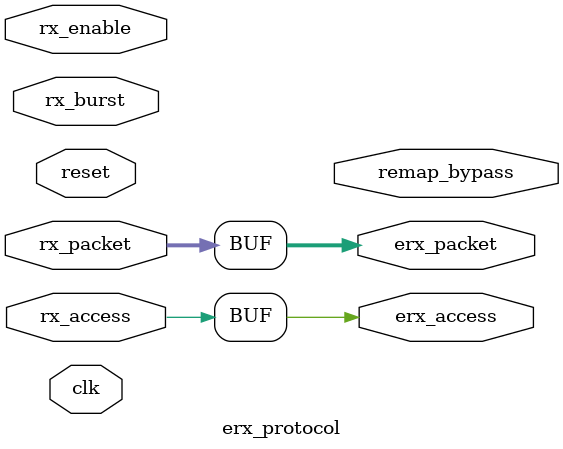
<source format=v>
/*
 ########################################################################
 EPIPHANY eLink RX Protocol block
 ########################################################################
 
 This block takes the parallel output of the input deserializers, locates
 valid frame transitions, and decodes the bytes into standard eMesh 
 protocol (104-bit transactions).
 */

module erx_protocol (/*AUTOARG*/
   // Outputs
   erx_access, erx_packet, remap_bypass,
   // Inputs
   reset, rx_enable, clk, rx_packet, rx_burst, rx_access
   );

   parameter AW   = 32;
   parameter DW   = 32;
   parameter PW   = 104;
   parameter ID   = 0;

   
   // System reset input
   input           reset;
   input 	   rx_enable;//Enables receiver

   // Parallel interface, 8 eLink bytes at a time
   input           clk;
   input [PW-1:0]  rx_packet;
   input 	   rx_burst;
   input 	   rx_access;
   
   // Output to MMU / filter
   output          erx_access;
   output [PW-1:0] erx_packet;
   output 	   remap_bypass;    //needed for remapping logic

   assign erx_access          = rx_access;
   assign erx_packet[PW-1:0]  = rx_packet[PW-1:0];
   

endmodule // erx_protocol
// Local Variables:
// verilog-library-directories:("." "../../common/hdl")
// End:

/*
  This file is part of the Parallella Project.

  Copyright (C) 2014 Adapteva, Inc.
  Contributed by Andreas Olofsson <andreas@adapteva.com>

  This program is free software: you can redistribute it and/or modify
  it under the terms of the GNU General Public License as published by
  the Free Software Foundation, either version 3 of the License, or
  (at your option) any later version.

  This program is distributed in the hope that it will be useful,
  but WITHOUT ANY WARRANTY; without even the implied warranty of
  MERCHANTABILITY or FITNESS FOR A PARTICULAR PURPOSE.  See the
  GNU General Public License for more details.

  You should have received a copy of the GNU General Public License
  along with this program (see the file COPYING).  If not, see
  <http://www.gnu.org/licenses/>.
*/

</source>
